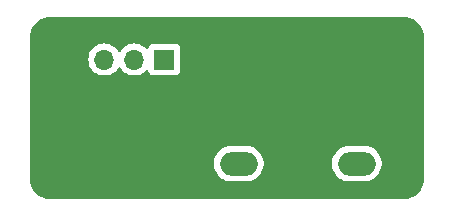
<source format=gbr>
%TF.GenerationSoftware,KiCad,Pcbnew,8.0.3*%
%TF.CreationDate,2024-06-07T01:51:13+12:00*%
%TF.ProjectId,toggle_switch_breakout,746f6767-6c65-45f7-9377-697463685f62,0.1.0*%
%TF.SameCoordinates,Original*%
%TF.FileFunction,Copper,L2,Bot*%
%TF.FilePolarity,Positive*%
%FSLAX46Y46*%
G04 Gerber Fmt 4.6, Leading zero omitted, Abs format (unit mm)*
G04 Created by KiCad (PCBNEW 8.0.3) date 2024-06-07 01:51:13*
%MOMM*%
%LPD*%
G01*
G04 APERTURE LIST*
%TA.AperFunction,ComponentPad*%
%ADD10O,3.200000X2.000000*%
%TD*%
%TA.AperFunction,ComponentPad*%
%ADD11R,1.700000X1.700000*%
%TD*%
%TA.AperFunction,ComponentPad*%
%ADD12O,1.700000X1.700000*%
%TD*%
G04 APERTURE END LIST*
D10*
%TO.P,SW2,1,A*%
%TO.N,/COMMON*%
X120100000Y-64500000D03*
%TO.P,SW2,2,B*%
%TO.N,/SW_2*%
X120100000Y-69200000D03*
%TD*%
D11*
%TO.P,J1,1,Pin_1*%
%TO.N,/SW_1*%
X103800000Y-60385200D03*
D12*
%TO.P,J1,2,Pin_2*%
%TO.N,/SW_2*%
X101260000Y-60385200D03*
%TO.P,J1,3,Pin_3*%
%TO.N,unconnected-(J1-Pin_3-Pad3)*%
X98720000Y-60385200D03*
%TO.P,J1,4,Pin_4*%
%TO.N,/COMMON*%
X96180000Y-60385200D03*
%TD*%
D10*
%TO.P,SW1,1,A*%
%TO.N,/COMMON*%
X110100000Y-64500000D03*
%TO.P,SW1,2,B*%
%TO.N,/SW_1*%
X110100000Y-69200000D03*
%TD*%
%TA.AperFunction,Conductor*%
%TO.N,/COMMON*%
G36*
X124104418Y-56800816D02*
G01*
X124333020Y-56817165D01*
X124350529Y-56819683D01*
X124570144Y-56867458D01*
X124587103Y-56872437D01*
X124797694Y-56950983D01*
X124813777Y-56958327D01*
X125011036Y-57066040D01*
X125025919Y-57075605D01*
X125205836Y-57210289D01*
X125219207Y-57221875D01*
X125378124Y-57380792D01*
X125389710Y-57394163D01*
X125524394Y-57574080D01*
X125533959Y-57588963D01*
X125641669Y-57786217D01*
X125649019Y-57802311D01*
X125727559Y-58012887D01*
X125732543Y-58029862D01*
X125780316Y-58249470D01*
X125782834Y-58266982D01*
X125799184Y-58495581D01*
X125799500Y-58504427D01*
X125799500Y-70495572D01*
X125799184Y-70504418D01*
X125782834Y-70733017D01*
X125780316Y-70750529D01*
X125732543Y-70970137D01*
X125727559Y-70987112D01*
X125649019Y-71197688D01*
X125641669Y-71213782D01*
X125533959Y-71411036D01*
X125524394Y-71425919D01*
X125389710Y-71605836D01*
X125378124Y-71619207D01*
X125219207Y-71778124D01*
X125205836Y-71789710D01*
X125025919Y-71924394D01*
X125011036Y-71933959D01*
X124813782Y-72041669D01*
X124797688Y-72049019D01*
X124587112Y-72127559D01*
X124570137Y-72132543D01*
X124350529Y-72180316D01*
X124333017Y-72182834D01*
X124104418Y-72199184D01*
X124095572Y-72199500D01*
X94104428Y-72199500D01*
X94095582Y-72199184D01*
X93866982Y-72182834D01*
X93849470Y-72180316D01*
X93629862Y-72132543D01*
X93612887Y-72127559D01*
X93402311Y-72049019D01*
X93386217Y-72041669D01*
X93188963Y-71933959D01*
X93174080Y-71924394D01*
X92994163Y-71789710D01*
X92980792Y-71778124D01*
X92821875Y-71619207D01*
X92810289Y-71605836D01*
X92675605Y-71425919D01*
X92666040Y-71411036D01*
X92558330Y-71213782D01*
X92550983Y-71197694D01*
X92472437Y-70987103D01*
X92467458Y-70970144D01*
X92419683Y-70750529D01*
X92417165Y-70733017D01*
X92414839Y-70700500D01*
X92400816Y-70504418D01*
X92400500Y-70495572D01*
X92400500Y-69081902D01*
X107999500Y-69081902D01*
X107999500Y-69318097D01*
X108036446Y-69551368D01*
X108109433Y-69775996D01*
X108216657Y-69986433D01*
X108355483Y-70177510D01*
X108522490Y-70344517D01*
X108713567Y-70483343D01*
X108812991Y-70534002D01*
X108924003Y-70590566D01*
X108924005Y-70590566D01*
X108924008Y-70590568D01*
X109044412Y-70629689D01*
X109148631Y-70663553D01*
X109381903Y-70700500D01*
X109381908Y-70700500D01*
X110818097Y-70700500D01*
X111051368Y-70663553D01*
X111275992Y-70590568D01*
X111486433Y-70483343D01*
X111677510Y-70344517D01*
X111844517Y-70177510D01*
X111983343Y-69986433D01*
X112090568Y-69775992D01*
X112163553Y-69551368D01*
X112200500Y-69318097D01*
X112200500Y-69081902D01*
X117999500Y-69081902D01*
X117999500Y-69318097D01*
X118036446Y-69551368D01*
X118109433Y-69775996D01*
X118216657Y-69986433D01*
X118355483Y-70177510D01*
X118522490Y-70344517D01*
X118713567Y-70483343D01*
X118812991Y-70534002D01*
X118924003Y-70590566D01*
X118924005Y-70590566D01*
X118924008Y-70590568D01*
X119044412Y-70629689D01*
X119148631Y-70663553D01*
X119381903Y-70700500D01*
X119381908Y-70700500D01*
X120818097Y-70700500D01*
X121051368Y-70663553D01*
X121275992Y-70590568D01*
X121486433Y-70483343D01*
X121677510Y-70344517D01*
X121844517Y-70177510D01*
X121983343Y-69986433D01*
X122090568Y-69775992D01*
X122163553Y-69551368D01*
X122200500Y-69318097D01*
X122200500Y-69081902D01*
X122163553Y-68848631D01*
X122090566Y-68624003D01*
X121983342Y-68413566D01*
X121844517Y-68222490D01*
X121677510Y-68055483D01*
X121486433Y-67916657D01*
X121275996Y-67809433D01*
X121051368Y-67736446D01*
X120818097Y-67699500D01*
X120818092Y-67699500D01*
X119381908Y-67699500D01*
X119381903Y-67699500D01*
X119148631Y-67736446D01*
X118924003Y-67809433D01*
X118713566Y-67916657D01*
X118604550Y-67995862D01*
X118522490Y-68055483D01*
X118522488Y-68055485D01*
X118522487Y-68055485D01*
X118355485Y-68222487D01*
X118355485Y-68222488D01*
X118355483Y-68222490D01*
X118295862Y-68304550D01*
X118216657Y-68413566D01*
X118109433Y-68624003D01*
X118036446Y-68848631D01*
X117999500Y-69081902D01*
X112200500Y-69081902D01*
X112163553Y-68848631D01*
X112090566Y-68624003D01*
X111983342Y-68413566D01*
X111844517Y-68222490D01*
X111677510Y-68055483D01*
X111486433Y-67916657D01*
X111275996Y-67809433D01*
X111051368Y-67736446D01*
X110818097Y-67699500D01*
X110818092Y-67699500D01*
X109381908Y-67699500D01*
X109381903Y-67699500D01*
X109148631Y-67736446D01*
X108924003Y-67809433D01*
X108713566Y-67916657D01*
X108604550Y-67995862D01*
X108522490Y-68055483D01*
X108522488Y-68055485D01*
X108522487Y-68055485D01*
X108355485Y-68222487D01*
X108355485Y-68222488D01*
X108355483Y-68222490D01*
X108295862Y-68304550D01*
X108216657Y-68413566D01*
X108109433Y-68624003D01*
X108036446Y-68848631D01*
X107999500Y-69081902D01*
X92400500Y-69081902D01*
X92400500Y-60385199D01*
X97364341Y-60385199D01*
X97364341Y-60385200D01*
X97384936Y-60620603D01*
X97384938Y-60620613D01*
X97446094Y-60848855D01*
X97446096Y-60848859D01*
X97446097Y-60848863D01*
X97450000Y-60857232D01*
X97545965Y-61063030D01*
X97545967Y-61063034D01*
X97654281Y-61217721D01*
X97681505Y-61256601D01*
X97848599Y-61423695D01*
X97945384Y-61491465D01*
X98042165Y-61559232D01*
X98042167Y-61559233D01*
X98042170Y-61559235D01*
X98256337Y-61659103D01*
X98484592Y-61720263D01*
X98661034Y-61735700D01*
X98719999Y-61740859D01*
X98720000Y-61740859D01*
X98720001Y-61740859D01*
X98778966Y-61735700D01*
X98955408Y-61720263D01*
X99183663Y-61659103D01*
X99397830Y-61559235D01*
X99591401Y-61423695D01*
X99758495Y-61256601D01*
X99888425Y-61071042D01*
X99943002Y-61027417D01*
X100012500Y-61020223D01*
X100074855Y-61051746D01*
X100091575Y-61071042D01*
X100221500Y-61256595D01*
X100221505Y-61256601D01*
X100388599Y-61423695D01*
X100485384Y-61491465D01*
X100582165Y-61559232D01*
X100582167Y-61559233D01*
X100582170Y-61559235D01*
X100796337Y-61659103D01*
X101024592Y-61720263D01*
X101201034Y-61735700D01*
X101259999Y-61740859D01*
X101260000Y-61740859D01*
X101260001Y-61740859D01*
X101318966Y-61735700D01*
X101495408Y-61720263D01*
X101723663Y-61659103D01*
X101937830Y-61559235D01*
X102131401Y-61423695D01*
X102253329Y-61301766D01*
X102314648Y-61268284D01*
X102384340Y-61273268D01*
X102440274Y-61315139D01*
X102457189Y-61346117D01*
X102506202Y-61477528D01*
X102506206Y-61477535D01*
X102592452Y-61592744D01*
X102592455Y-61592747D01*
X102707664Y-61678993D01*
X102707671Y-61678997D01*
X102842517Y-61729291D01*
X102842516Y-61729291D01*
X102849444Y-61730035D01*
X102902127Y-61735700D01*
X104697872Y-61735699D01*
X104757483Y-61729291D01*
X104892331Y-61678996D01*
X105007546Y-61592746D01*
X105093796Y-61477531D01*
X105144091Y-61342683D01*
X105150500Y-61283073D01*
X105150499Y-59487328D01*
X105144091Y-59427717D01*
X105142810Y-59424283D01*
X105093797Y-59292871D01*
X105093793Y-59292864D01*
X105007547Y-59177655D01*
X105007544Y-59177652D01*
X104892335Y-59091406D01*
X104892328Y-59091402D01*
X104757482Y-59041108D01*
X104757483Y-59041108D01*
X104697883Y-59034701D01*
X104697881Y-59034700D01*
X104697873Y-59034700D01*
X104697864Y-59034700D01*
X102902129Y-59034700D01*
X102902123Y-59034701D01*
X102842516Y-59041108D01*
X102707671Y-59091402D01*
X102707664Y-59091406D01*
X102592455Y-59177652D01*
X102592452Y-59177655D01*
X102506206Y-59292864D01*
X102506203Y-59292869D01*
X102457189Y-59424283D01*
X102415317Y-59480216D01*
X102349853Y-59504633D01*
X102281580Y-59489781D01*
X102253326Y-59468630D01*
X102131402Y-59346706D01*
X102131395Y-59346701D01*
X101937834Y-59211167D01*
X101937830Y-59211165D01*
X101937828Y-59211164D01*
X101723663Y-59111297D01*
X101723659Y-59111296D01*
X101723655Y-59111294D01*
X101495413Y-59050138D01*
X101495403Y-59050136D01*
X101260001Y-59029541D01*
X101259999Y-59029541D01*
X101024596Y-59050136D01*
X101024586Y-59050138D01*
X100796344Y-59111294D01*
X100796335Y-59111298D01*
X100582171Y-59211164D01*
X100582169Y-59211165D01*
X100388597Y-59346705D01*
X100221505Y-59513797D01*
X100091575Y-59699358D01*
X100036998Y-59742983D01*
X99967500Y-59750177D01*
X99905145Y-59718654D01*
X99888425Y-59699358D01*
X99758494Y-59513797D01*
X99591402Y-59346706D01*
X99591395Y-59346701D01*
X99397834Y-59211167D01*
X99397830Y-59211165D01*
X99397828Y-59211164D01*
X99183663Y-59111297D01*
X99183659Y-59111296D01*
X99183655Y-59111294D01*
X98955413Y-59050138D01*
X98955403Y-59050136D01*
X98720001Y-59029541D01*
X98719999Y-59029541D01*
X98484596Y-59050136D01*
X98484586Y-59050138D01*
X98256344Y-59111294D01*
X98256335Y-59111298D01*
X98042171Y-59211164D01*
X98042169Y-59211165D01*
X97848597Y-59346705D01*
X97681505Y-59513797D01*
X97545965Y-59707369D01*
X97545964Y-59707371D01*
X97446098Y-59921535D01*
X97446094Y-59921544D01*
X97384938Y-60149786D01*
X97384936Y-60149796D01*
X97364341Y-60385199D01*
X92400500Y-60385199D01*
X92400500Y-58504427D01*
X92400816Y-58495581D01*
X92417165Y-58266982D01*
X92419683Y-58249470D01*
X92467459Y-58029851D01*
X92472436Y-58012900D01*
X92550985Y-57802299D01*
X92558325Y-57786227D01*
X92666044Y-57588956D01*
X92675600Y-57574086D01*
X92810294Y-57394156D01*
X92821868Y-57380799D01*
X92980799Y-57221868D01*
X92994156Y-57210294D01*
X93174086Y-57075600D01*
X93188956Y-57066044D01*
X93386227Y-56958325D01*
X93402299Y-56950985D01*
X93612900Y-56872436D01*
X93629851Y-56867459D01*
X93849472Y-56819682D01*
X93866977Y-56817165D01*
X94095582Y-56800816D01*
X94104428Y-56800500D01*
X94147595Y-56800500D01*
X124052405Y-56800500D01*
X124095572Y-56800500D01*
X124104418Y-56800816D01*
G37*
%TD.AperFunction*%
%TD*%
M02*

</source>
